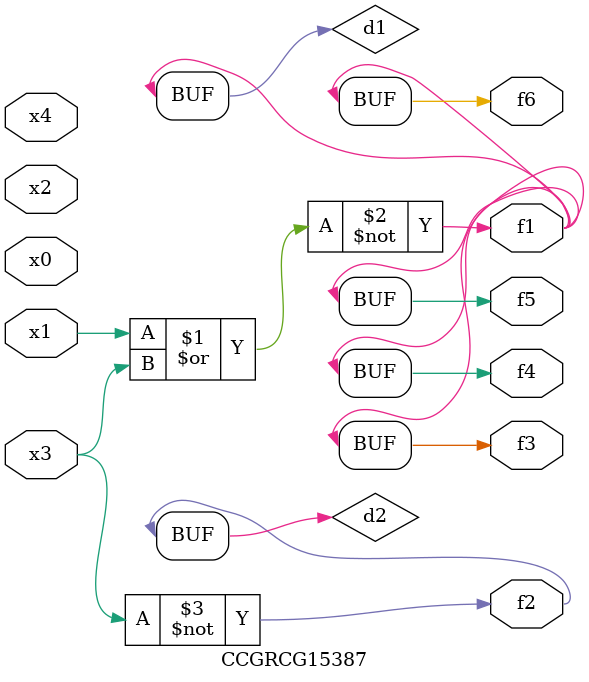
<source format=v>
module CCGRCG15387(
	input x0, x1, x2, x3, x4,
	output f1, f2, f3, f4, f5, f6
);

	wire d1, d2;

	nor (d1, x1, x3);
	not (d2, x3);
	assign f1 = d1;
	assign f2 = d2;
	assign f3 = d1;
	assign f4 = d1;
	assign f5 = d1;
	assign f6 = d1;
endmodule

</source>
